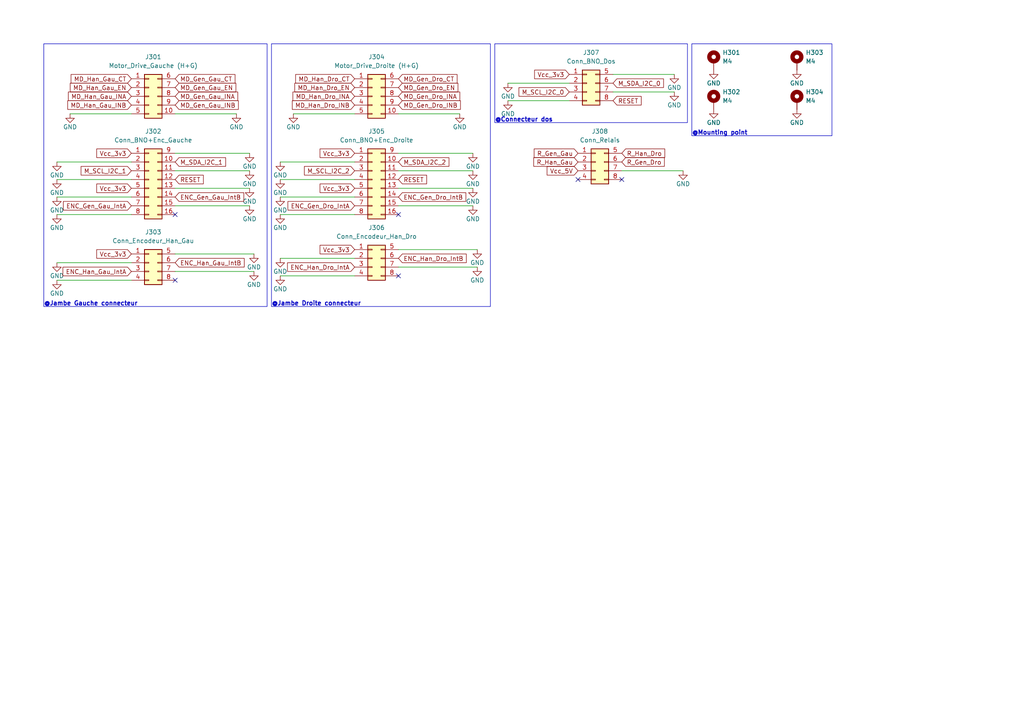
<source format=kicad_sch>
(kicad_sch (version 20231120) (generator "eeschema") (generator_version "8.0")
  (paper "A4")
  (lib_symbols
    (symbol "Connector_Generic:Conn_02x04_Top_Bottom" (pin_names (offset 1.016) hide)
      (property "Reference" "J" (at 1.27 5.08 0))
      (property "Value" "Conn_02x04_Top_Bottom" (at 1.27 -7.62 0))
      (symbol "Conn_02x04_Top_Bottom_1_1"
        (rectangle (start -1.27 -4.953) (end 0 -5.207) (stroke (width 0.1524)))
        (rectangle (start -1.27 -2.413) (end 0 -2.667) (stroke (width 0.1524)))
        (rectangle (start -1.27 0.127) (end 0 -0.127) (stroke (width 0.1524)))
        (rectangle (start -1.27 2.667) (end 0 2.413) (stroke (width 0.1524)))
        (rectangle (start -1.27 3.81) (end 3.81 -6.35) (stroke (width 0.254)) (fill (type background)))
        (rectangle (start 3.81 -4.953) (end 2.54 -5.207) (stroke (width 0.1524)))
        (rectangle (start 3.81 -2.413) (end 2.54 -2.667) (stroke (width 0.1524)))
        (rectangle (start 3.81 0.127) (end 2.54 -0.127) (stroke (width 0.1524)))
        (rectangle (start 3.81 2.667) (end 2.54 2.413) (stroke (width 0.1524)))
        (pin passive line (at -5.08 2.54 0) (length 3.81) (name "Pin_1") (number "1"))
        (pin passive line (at -5.08 0 0) (length 3.81) (name "Pin_2") (number "2"))
        (pin passive line (at -5.08 -2.54 0) (length 3.81) (name "Pin_3") (number "3"))
        (pin passive line (at -5.08 -5.08 0) (length 3.81) (name "Pin_4") (number "4"))
        (pin passive line (at 7.62 2.54 180) (length 3.81) (name "Pin_5") (number "5"))
        (pin passive line (at 7.62 0 180) (length 3.81) (name "Pin_6") (number "6"))
        (pin passive line (at 7.62 -2.54 180) (length 3.81) (name "Pin_7") (number "7"))
        (pin passive line (at 7.62 -5.08 180) (length 3.81) (name "Pin_8") (number "8"))
      )
    )
    (symbol "Connector_Generic:Conn_02x05_Top_Bottom" (pin_names (offset 1.016) hide)
      (property "Reference" "J" (at 1.27 7.62 0))
      (property "Value" "Conn_02x05_Top_Bottom" (at 1.27 -7.62 0))
      (symbol "Conn_02x05_Top_Bottom_1_1"
        (rectangle (start -1.27 -4.953) (end 0 -5.207) (stroke (width 0.1524)))
        (rectangle (start -1.27 -2.413) (end 0 -2.667) (stroke (width 0.1524)))
        (rectangle (start -1.27 0.127) (end 0 -0.127) (stroke (width 0.1524)))
        (rectangle (start -1.27 2.667) (end 0 2.413) (stroke (width 0.1524)))
        (rectangle (start -1.27 5.207) (end 0 4.953) (stroke (width 0.1524)))
        (rectangle (start -1.27 6.35) (end 3.81 -6.35) (stroke (width 0.254)) (fill (type background)))
        (rectangle (start 3.81 -4.953) (end 2.54 -5.207) (stroke (width 0.1524)))
        (rectangle (start 3.81 -2.413) (end 2.54 -2.667) (stroke (width 0.1524)))
        (rectangle (start 3.81 0.127) (end 2.54 -0.127) (stroke (width 0.1524)))
        (rectangle (start 3.81 2.667) (end 2.54 2.413) (stroke (width 0.1524)))
        (rectangle (start 3.81 5.207) (end 2.54 4.953) (stroke (width 0.1524)))
        (pin passive line (at -5.08 5.08 0) (length 3.81) (name "Pin_1") (number "1"))
        (pin passive line (at 7.62 -5.08 180) (length 3.81) (name "Pin_10") (number "10"))
        (pin passive line (at -5.08 2.54 0) (length 3.81) (name "Pin_2") (number "2"))
        (pin passive line (at -5.08 0 0) (length 3.81) (name "Pin_3") (number "3"))
        (pin passive line (at -5.08 -2.54 0) (length 3.81) (name "Pin_4") (number "4"))
        (pin passive line (at -5.08 -5.08 0) (length 3.81) (name "Pin_5") (number "5"))
        (pin passive line (at 7.62 5.08 180) (length 3.81) (name "Pin_6") (number "6"))
        (pin passive line (at 7.62 2.54 180) (length 3.81) (name "Pin_7") (number "7"))
        (pin passive line (at 7.62 0 180) (length 3.81) (name "Pin_8") (number "8"))
        (pin passive line (at 7.62 -2.54 180) (length 3.81) (name "Pin_9") (number "9"))
      )
    )
    (symbol "Connector_Generic:Conn_02x08_Top_Bottom" (pin_names (offset 1.016) hide)
      (property "Reference" "J" (at 1.27 10.16 0))
      (property "Value" "Conn_02x08_Top_Bottom" (at 1.27 -12.7 0))
      (symbol "Conn_02x08_Top_Bottom_1_1"
        (rectangle (start -1.27 -10.033) (end 0 -10.287) (stroke (width 0.1524)))
        (rectangle (start -1.27 -7.493) (end 0 -7.747) (stroke (width 0.1524)))
        (rectangle (start -1.27 -4.953) (end 0 -5.207) (stroke (width 0.1524)))
        (rectangle (start -1.27 -2.413) (end 0 -2.667) (stroke (width 0.1524)))
        (rectangle (start -1.27 0.127) (end 0 -0.127) (stroke (width 0.1524)))
        (rectangle (start -1.27 2.667) (end 0 2.413) (stroke (width 0.1524)))
        (rectangle (start -1.27 5.207) (end 0 4.953) (stroke (width 0.1524)))
        (rectangle (start -1.27 7.747) (end 0 7.493) (stroke (width 0.1524)))
        (rectangle (start -1.27 8.89) (end 3.81 -11.43) (stroke (width 0.254)) (fill (type background)))
        (rectangle (start 3.81 -10.033) (end 2.54 -10.287) (stroke (width 0.1524)))
        (rectangle (start 3.81 -7.493) (end 2.54 -7.747) (stroke (width 0.1524)))
        (rectangle (start 3.81 -4.953) (end 2.54 -5.207) (stroke (width 0.1524)))
        (rectangle (start 3.81 -2.413) (end 2.54 -2.667) (stroke (width 0.1524)))
        (rectangle (start 3.81 0.127) (end 2.54 -0.127) (stroke (width 0.1524)))
        (rectangle (start 3.81 2.667) (end 2.54 2.413) (stroke (width 0.1524)))
        (rectangle (start 3.81 5.207) (end 2.54 4.953) (stroke (width 0.1524)))
        (rectangle (start 3.81 7.747) (end 2.54 7.493) (stroke (width 0.1524)))
        (pin passive line (at -5.08 7.62 0) (length 3.81) (name "Pin_1") (number "1"))
        (pin passive line (at 7.62 5.08 180) (length 3.81) (name "Pin_10") (number "10"))
        (pin passive line (at 7.62 2.54 180) (length 3.81) (name "Pin_11") (number "11"))
        (pin passive line (at 7.62 0 180) (length 3.81) (name "Pin_12") (number "12"))
        (pin passive line (at 7.62 -2.54 180) (length 3.81) (name "Pin_13") (number "13"))
        (pin passive line (at 7.62 -5.08 180) (length 3.81) (name "Pin_14") (number "14"))
        (pin passive line (at 7.62 -7.62 180) (length 3.81) (name "Pin_15") (number "15"))
        (pin passive line (at 7.62 -10.16 180) (length 3.81) (name "Pin_16") (number "16"))
        (pin passive line (at -5.08 5.08 0) (length 3.81) (name "Pin_2") (number "2"))
        (pin passive line (at -5.08 2.54 0) (length 3.81) (name "Pin_3") (number "3"))
        (pin passive line (at -5.08 0 0) (length 3.81) (name "Pin_4") (number "4"))
        (pin passive line (at -5.08 -2.54 0) (length 3.81) (name "Pin_5") (number "5"))
        (pin passive line (at -5.08 -5.08 0) (length 3.81) (name "Pin_6") (number "6"))
        (pin passive line (at -5.08 -7.62 0) (length 3.81) (name "Pin_7") (number "7"))
        (pin passive line (at -5.08 -10.16 0) (length 3.81) (name "Pin_8") (number "8"))
        (pin passive line (at 7.62 7.62 180) (length 3.81) (name "Pin_9") (number "9"))
      )
    )
    (symbol "Mechanical:MountingHole_Pad" (pin_numbers hide) (pin_names (offset 1.016) hide)
      (property "Reference" "H" (at 0 6.35 0))
      (property "Value" "MountingHole_Pad" (at 0 4.445 0))
      (symbol "MountingHole_Pad_0_1"
        (circle (center 0 1.27) (radius 1.27) (stroke (width 1.27)))
      )
      (symbol "MountingHole_Pad_1_1"
        (pin input line (at 0 -2.54 90) (length 2.54) (name "1") (number "1"))
      )
    )
    (symbol "power:GND" (power) (pin_names (offset 0))
      (property "Value" "GND" (at 0 -3.81 0))
      (symbol "GND_0_1"
        (polyline (pts (xy 0 0) (xy 0 -1.27) (xy 1.27 -1.27) (xy 0 -2.54) (xy -1.27 -1.27) (xy 0 -1.27)))
      )
      (symbol "GND_1_1"
        (pin power_in line (at 0 0 270) (length 0) hide (name "GND") (number "1"))
      )
    )
  )
  (no_connect (at 115.57 80.01))
  (no_connect (at 180.34 52.07))
  (no_connect (at 115.57 62.23))
  (no_connect (at 50.8 81.28))
  (no_connect (at 167.64 52.07))
  (no_connect (at 50.8 62.23))
  (wire (pts (xy 81.28 57.15) (xy 102.87 57.15)))
  (wire (pts (xy 137.16 59.69) (xy 115.57 59.69)))
  (wire (pts (xy 16.51 81.28) (xy 38.1 81.28)))
  (wire (pts (xy 72.39 59.69) (xy 50.8 59.69)))
  (wire (pts (xy 81.28 80.01) (xy 102.87 80.01)))
  (wire (pts (xy 180.34 49.53) (xy 198.12 49.53)))
  (wire (pts (xy 72.39 49.53) (xy 50.8 49.53)))
  (wire (pts (xy 85.09 33.02) (xy 102.87 33.02)))
  (wire (pts (xy 147.32 24.13) (xy 165.1 24.13)))
  (wire (pts (xy 73.66 73.66) (xy 50.8 73.66)))
  (wire (pts (xy 16.51 57.15) (xy 38.1 57.15)))
  (wire (pts (xy 68.58 33.02) (xy 50.8 33.02)))
  (wire (pts (xy 147.32 29.21) (xy 165.1 29.21)))
  (wire (pts (xy 137.16 49.53) (xy 115.57 49.53)))
  (wire (pts (xy 81.28 52.07) (xy 102.87 52.07)))
  (wire (pts (xy 81.28 74.93) (xy 102.87 74.93)))
  (wire (pts (xy 20.32 33.02) (xy 38.1 33.02)))
  (wire (pts (xy 195.58 21.59) (xy 177.8 21.59)))
  (wire (pts (xy 16.51 52.07) (xy 38.1 52.07)))
  (wire (pts (xy 137.16 54.61) (xy 115.57 54.61)))
  (wire (pts (xy 137.16 44.45) (xy 115.57 44.45)))
  (wire (pts (xy 72.39 44.45) (xy 50.8 44.45)))
  (wire (pts (xy 16.51 62.23) (xy 38.1 62.23)))
  (wire (pts (xy 73.66 78.74) (xy 50.8 78.74)))
  (wire (pts (xy 81.28 62.23) (xy 102.87 62.23)))
  (wire (pts (xy 16.51 46.99) (xy 38.1 46.99)))
  (wire (pts (xy 133.35 33.02) (xy 115.57 33.02)))
  (wire (pts (xy 195.58 26.67) (xy 177.8 26.67)))
  (wire (pts (xy 138.43 72.39) (xy 115.57 72.39)))
  (wire (pts (xy 72.39 54.61) (xy 50.8 54.61)))
  (wire (pts (xy 16.51 76.2) (xy 38.1 76.2)))
  (wire (pts (xy 81.28 46.99) (xy 102.87 46.99)))
  (wire (pts (xy 138.43 77.47) (xy 115.57 77.47)))
  (rectangle (start 143.51 12.7) (end 199.39 35.56))
  (rectangle (start 78.74 12.7) (end 142.24 88.9))
  (rectangle (start 200.66 12.7) (end 241.3 39.37))
  (rectangle (start 12.7 12.7) (end 77.47 88.9))
  (text "@Jambe Gauche connecteur\n" (at 12.7 88.9 0) (effects (font (size 1.27 1.27) (bold yes)) (justify left bottom)))
  (text "@Mounting point" (at 200.66 39.37 0) (effects (font (size 1.27 1.27) (bold yes)) (justify left bottom)))
  (text "@Jambe Droite connecteur\n" (at 78.74 88.9 0) (effects (font (size 1.27 1.27) (bold yes)) (justify left bottom)))
  (text "@Connecteur dos" (at 143.51 35.56 0) (effects (font (size 1.27 1.27) (bold yes)) (justify left bottom)))
  (global_label "MD_Han_Gau_INA" (shape input) (at 38.1 27.94 180) (property "Intersheetrefs" "${INTERSHEET_REFS}" (effects (hide yes))))
  (global_label "Vcc_3v3" (shape input) (at 38.1 73.66 180) (property "Intersheetrefs" "${INTERSHEET_REFS}" (effects (hide yes))))
  (global_label "R_Gen_Gau" (shape input) (at 167.64 44.45 180) (property "Intersheetrefs" "${INTERSHEET_REFS}" (effects (hide yes))))
  (global_label "M_SCL_I2C_2" (shape input) (at 102.87 49.53 180) (property "Intersheetrefs" "${INTERSHEET_REFS}" (effects (hide yes))))
  (global_label "M_SDA_I2C_2" (shape input) (at 115.57 46.99 0) (property "Intersheetrefs" "${INTERSHEET_REFS}" (effects (hide yes))))
  (global_label "Vcc_5V" (shape input) (at 167.64 49.53 180) (property "Intersheetrefs" "${INTERSHEET_REFS}" (effects (hide yes))))
  (global_label "MD_Han_Gau_EN" (shape input) (at 38.1 25.4 180) (property "Intersheetrefs" "${INTERSHEET_REFS}" (effects (hide yes))))
  (global_label "M_SCL_I2C_1" (shape input) (at 38.1 49.53 180) (property "Intersheetrefs" "${INTERSHEET_REFS}" (effects (hide yes))))
  (global_label "MD_Gen_Gau_INB" (shape input) (at 50.8 30.48 0) (property "Intersheetrefs" "${INTERSHEET_REFS}" (effects (hide yes))))
  (global_label "ENC_Han_Gau_IntB" (shape input) (at 50.8 76.2 0) (property "Intersheetrefs" "${INTERSHEET_REFS}" (effects (hide yes))))
  (global_label "ENC_Han_Dro_IntB" (shape input) (at 115.57 74.93 0) (property "Intersheetrefs" "${INTERSHEET_REFS}" (effects (hide yes))))
  (global_label "R_Han_Gau" (shape input) (at 167.64 46.99 180) (property "Intersheetrefs" "${INTERSHEET_REFS}" (effects (hide yes))))
  (global_label "Vcc_3v3" (shape input) (at 38.1 54.61 180) (property "Intersheetrefs" "${INTERSHEET_REFS}" (effects (hide yes))))
  (global_label "ENC_Gen_Gau_IntB" (shape input) (at 50.8 57.15 0) (property "Intersheetrefs" "${INTERSHEET_REFS}" (effects (hide yes))))
  (global_label "MD_Han_Dro_INA" (shape input) (at 102.87 27.94 180) (property "Intersheetrefs" "${INTERSHEET_REFS}" (effects (hide yes))))
  (global_label "MD_Han_Dro_EN" (shape input) (at 102.87 25.4 180) (property "Intersheetrefs" "${INTERSHEET_REFS}" (effects (hide yes))))
  (global_label "MD_Han_Gau_CT" (shape input) (at 38.1 22.86 180) (property "Intersheetrefs" "${INTERSHEET_REFS}" (effects (hide yes))))
  (global_label "Vcc_3v3" (shape input) (at 102.87 54.61 180) (property "Intersheetrefs" "${INTERSHEET_REFS}" (effects (hide yes))))
  (global_label "MD_Han_Dro_INB" (shape input) (at 102.87 30.48 180) (property "Intersheetrefs" "${INTERSHEET_REFS}" (effects (hide yes))))
  (global_label "MD_Han_Dro_CT" (shape input) (at 102.87 22.86 180) (property "Intersheetrefs" "${INTERSHEET_REFS}" (effects (hide yes))))
  (global_label "RESET" (shape input) (at 50.8 52.07 0) (property "Intersheetrefs" "${INTERSHEET_REFS}" (effects (hide yes))))
  (global_label "ENC_Han_Dro_IntA" (shape input) (at 102.87 77.47 180) (property "Intersheetrefs" "${INTERSHEET_REFS}" (effects (hide yes))))
  (global_label "MD_Gen_Dro_CT" (shape input) (at 115.57 22.86 0) (property "Intersheetrefs" "${INTERSHEET_REFS}" (effects (hide yes))))
  (global_label "R_Han_Dro" (shape input) (at 180.34 44.45 0) (property "Intersheetrefs" "${INTERSHEET_REFS}" (effects (hide yes))))
  (global_label "MD_Gen_Gau_CT" (shape input) (at 50.8 22.86 0) (property "Intersheetrefs" "${INTERSHEET_REFS}" (effects (hide yes))))
  (global_label "MD_Gen_Gau_EN" (shape input) (at 50.8 25.4 0) (property "Intersheetrefs" "${INTERSHEET_REFS}" (effects (hide yes))))
  (global_label "M_SCL_I2C_0" (shape input) (at 165.1 26.67 180) (property "Intersheetrefs" "${INTERSHEET_REFS}" (effects (hide yes))))
  (global_label "M_SDA_I2C_0" (shape input) (at 177.8 24.13 0) (property "Intersheetrefs" "${INTERSHEET_REFS}" (effects (hide yes))))
  (global_label "ENC_Gen_Dro_IntA" (shape input) (at 102.87 59.69 180) (property "Intersheetrefs" "${INTERSHEET_REFS}" (effects (hide yes))))
  (global_label "Vcc_3v3" (shape input) (at 38.1 44.45 180) (property "Intersheetrefs" "${INTERSHEET_REFS}" (effects (hide yes))))
  (global_label "ENC_Han_Gau_IntA" (shape input) (at 38.1 78.74 180) (property "Intersheetrefs" "${INTERSHEET_REFS}" (effects (hide yes))))
  (global_label "RESET" (shape input) (at 115.57 52.07 0) (property "Intersheetrefs" "${INTERSHEET_REFS}" (effects (hide yes))))
  (global_label "Vcc_3v3" (shape input) (at 102.87 44.45 180) (property "Intersheetrefs" "${INTERSHEET_REFS}" (effects (hide yes))))
  (global_label "ENC_Gen_Gau_IntA" (shape input) (at 38.1 59.69 180) (property "Intersheetrefs" "${INTERSHEET_REFS}" (effects (hide yes))))
  (global_label "Vcc_3v3" (shape input) (at 165.1 21.59 180) (property "Intersheetrefs" "${INTERSHEET_REFS}" (effects (hide yes))))
  (global_label "MD_Gen_Dro_EN" (shape input) (at 115.57 25.4 0) (property "Intersheetrefs" "${INTERSHEET_REFS}" (effects (hide yes))))
  (global_label "M_SDA_I2C_1" (shape input) (at 50.8 46.99 0) (property "Intersheetrefs" "${INTERSHEET_REFS}" (effects (hide yes))))
  (global_label "MD_Gen_Dro_INB" (shape input) (at 115.57 30.48 0) (property "Intersheetrefs" "${INTERSHEET_REFS}" (effects (hide yes))))
  (global_label "MD_Han_Gau_INB" (shape input) (at 38.1 30.48 180) (property "Intersheetrefs" "${INTERSHEET_REFS}" (effects (hide yes))))
  (global_label "RESET" (shape input) (at 177.8 29.21 0) (property "Intersheetrefs" "${INTERSHEET_REFS}" (effects (hide yes))))
  (global_label "MD_Gen_Gau_INA" (shape input) (at 50.8 27.94 0) (property "Intersheetrefs" "${INTERSHEET_REFS}" (effects (hide yes))))
  (global_label "R_Gen_Dro" (shape input) (at 180.34 46.99 0) (property "Intersheetrefs" "${INTERSHEET_REFS}" (effects (hide yes))))
  (global_label "MD_Gen_Dro_INA" (shape input) (at 115.57 27.94 0) (property "Intersheetrefs" "${INTERSHEET_REFS}" (effects (hide yes))))
  (global_label "ENC_Gen_Dro_IntB" (shape input) (at 115.57 57.15 0) (property "Intersheetrefs" "${INTERSHEET_REFS}" (effects (hide yes))))
  (global_label "Vcc_3v3" (shape input) (at 102.87 72.39 180) (property "Intersheetrefs" "${INTERSHEET_REFS}" (effects (hide yes))))
  (symbol (lib_id "power:GND") (at 73.66 78.74 0) (unit 1)
    (property "Reference" "#PWR0219" (effects (hide yes)))
    (property "Value" "GND" (at 73.66 82.55 0))
    (instances (project "Custom_ST-Link" (path "" (reference "#PWR0219") (unit 1))) (project "ESP32_CHUNGUS_RAPIDUS" (path "" (reference "#PWR0314") (unit 1))) (project "STM32_BLUTH_V1" (path "" (reference "#PWR0309") (unit 1))))
  )
  (symbol (lib_id "power:GND") (at 207.01 31.75 0) (unit 1)
    (property "Reference" "#PWR0219" (effects (hide yes)))
    (property "Value" "GND" (at 207.01 35.56 0))
    (instances (project "Custom_ST-Link" (path "" (reference "#PWR0219") (unit 1))) (project "ESP32_CHUNGUS_RAPIDUS" (path "" (reference "#PWR0334") (unit 1))) (project "STM32_BLUTH_V1" (path "" (reference "#PWR0309") (unit 1))))
  )
  (symbol (lib_id "power:GND") (at 207.01 20.32 0) (unit 1)
    (property "Reference" "#PWR0219" (effects (hide yes)))
    (property "Value" "GND" (at 207.01 24.13 0))
    (instances (project "Custom_ST-Link" (path "" (reference "#PWR0219") (unit 1))) (project "ESP32_CHUNGUS_RAPIDUS" (path "" (reference "#PWR0333") (unit 1))) (project "STM32_BLUTH_V1" (path "" (reference "#PWR0309") (unit 1))))
  )
  (symbol (lib_id "power:GND") (at 16.51 76.2 0) (unit 1)
    (property "Reference" "#PWR0219" (effects (hide yes)))
    (property "Value" "GND" (at 16.51 80.01 0))
    (instances (project "Custom_ST-Link" (path "" (reference "#PWR0219") (unit 1))) (project "ESP32_CHUNGUS_RAPIDUS" (path "" (reference "#PWR0305") (unit 1))) (project "STM32_BLUTH_V1" (path "" (reference "#PWR0309") (unit 1))))
  )
  (symbol (lib_id "power:GND") (at 195.58 21.59 0) (unit 1)
    (property "Reference" "#PWR0219" (effects (hide yes)))
    (property "Value" "GND" (at 195.58 25.4 0))
    (instances (project "Custom_ST-Link" (path "" (reference "#PWR0219") (unit 1))) (project "ESP32_CHUNGUS_RAPIDUS" (path "" (reference "#PWR0331") (unit 1))) (project "STM32_BLUTH_V1" (path "" (reference "#PWR0309") (unit 1))))
  )
  (symbol (lib_id "power:GND") (at 138.43 77.47 0) (unit 1)
    (property "Reference" "#PWR0219" (effects (hide yes)))
    (property "Value" "GND" (at 138.43 81.28 0))
    (instances (project "Custom_ST-Link" (path "" (reference "#PWR0219") (unit 1))) (project "ESP32_CHUNGUS_RAPIDUS" (path "" (reference "#PWR0328") (unit 1))) (project "STM32_BLUTH_V1" (path "" (reference "#PWR0309") (unit 1))))
  )
  (symbol (lib_id "power:GND") (at 231.14 31.75 0) (unit 1)
    (property "Reference" "#PWR0219" (effects (hide yes)))
    (property "Value" "GND" (at 231.14 35.56 0))
    (instances (project "Custom_ST-Link" (path "" (reference "#PWR0219") (unit 1))) (project "ESP32_CHUNGUS_RAPIDUS" (path "" (reference "#PWR0336") (unit 1))) (project "STM32_BLUTH_V1" (path "" (reference "#PWR0309") (unit 1))))
  )
  (symbol (lib_id "power:GND") (at 72.39 49.53 0) (unit 1)
    (property "Reference" "#PWR0219" (effects (hide yes)))
    (property "Value" "GND" (at 72.39 53.34 0))
    (instances (project "Custom_ST-Link" (path "" (reference "#PWR0219") (unit 1))) (project "ESP32_CHUNGUS_RAPIDUS" (path "" (reference "#PWR0310") (unit 1))) (project "STM32_BLUTH_V1" (path "" (reference "#PWR0309") (unit 1))))
  )
  (symbol (lib_id "power:GND") (at 137.16 49.53 0) (unit 1)
    (property "Reference" "#PWR0219" (effects (hide yes)))
    (property "Value" "GND" (at 137.16 53.34 0))
    (instances (project "Custom_ST-Link" (path "" (reference "#PWR0219") (unit 1))) (project "ESP32_CHUNGUS_RAPIDUS" (path "" (reference "#PWR0324") (unit 1))) (project "STM32_BLUTH_V1" (path "" (reference "#PWR0309") (unit 1))))
  )
  (symbol (lib_id "power:GND") (at 81.28 52.07 0) (unit 1)
    (property "Reference" "#PWR0219" (effects (hide yes)))
    (property "Value" "GND" (at 81.28 55.88 0))
    (instances (project "Custom_ST-Link" (path "" (reference "#PWR0219") (unit 1))) (project "ESP32_CHUNGUS_RAPIDUS" (path "" (reference "#PWR0316") (unit 1))) (project "STM32_BLUTH_V1" (path "" (reference "#PWR0309") (unit 1))))
  )
  (symbol (lib_id "power:GND") (at 147.32 29.21 0) (unit 1)
    (property "Reference" "#PWR0219" (effects (hide yes)))
    (property "Value" "GND" (at 147.32 33.02 0))
    (instances (project "Custom_ST-Link" (path "" (reference "#PWR0219") (unit 1))) (project "ESP32_CHUNGUS_RAPIDUS" (path "" (reference "#PWR0330") (unit 1))) (project "STM32_BLUTH_V1" (path "" (reference "#PWR0309") (unit 1))))
  )
  (symbol (lib_id "power:GND") (at 16.51 52.07 0) (unit 1)
    (property "Reference" "#PWR0219" (effects (hide yes)))
    (property "Value" "GND" (at 16.51 55.88 0))
    (instances (project "Custom_ST-Link" (path "" (reference "#PWR0219") (unit 1))) (project "ESP32_CHUNGUS_RAPIDUS" (path "" (reference "#PWR0302") (unit 1))) (project "STM32_BLUTH_V1" (path "" (reference "#PWR0309") (unit 1))))
  )
  (symbol (lib_id "power:GND") (at 20.32 33.02 0) (unit 1)
    (property "Reference" "#PWR0219" (effects (hide yes)))
    (property "Value" "GND" (at 20.32 36.83 0))
    (instances (project "Custom_ST-Link" (path "" (reference "#PWR0219") (unit 1))) (project "ESP32_CHUNGUS_RAPIDUS" (path "" (reference "#PWR0307") (unit 1))) (project "STM32_BLUTH_V1" (path "" (reference "#PWR0309") (unit 1))))
  )
  (symbol (lib_id "power:GND") (at 231.14 20.32 0) (unit 1)
    (property "Reference" "#PWR0219" (effects (hide yes)))
    (property "Value" "GND" (at 231.14 24.13 0))
    (instances (project "Custom_ST-Link" (path "" (reference "#PWR0219") (unit 1))) (project "ESP32_CHUNGUS_RAPIDUS" (path "" (reference "#PWR0335") (unit 1))) (project "STM32_BLUTH_V1" (path "" (reference "#PWR0309") (unit 1))))
  )
  (symbol (lib_id "power:GND") (at 81.28 62.23 0) (unit 1)
    (property "Reference" "#PWR0219" (effects (hide yes)))
    (property "Value" "GND" (at 81.28 66.04 0))
    (instances (project "Custom_ST-Link" (path "" (reference "#PWR0219") (unit 1))) (project "ESP32_CHUNGUS_RAPIDUS" (path "" (reference "#PWR0318") (unit 1))) (project "STM32_BLUTH_V1" (path "" (reference "#PWR0309") (unit 1))))
  )
  (symbol (lib_id "Mechanical:MountingHole_Pad") (at 207.01 17.78 0) (unit 1)
    (property "Reference" "H301" (at 209.55 15.24 0) (effects (justify left)))
    (property "Value" "M4" (at 209.55 17.78 0) (effects (justify left)))
    (property "Footprint" "MountingHole:MountingHole_4.3mm_M4_ISO7380_Pad" (effects (hide yes)))
  )
  (symbol (lib_id "power:GND") (at 72.39 59.69 0) (unit 1)
    (property "Reference" "#PWR0219" (effects (hide yes)))
    (property "Value" "GND" (at 72.39 63.5 0))
    (instances (project "Custom_ST-Link" (path "" (reference "#PWR0219") (unit 1))) (project "ESP32_CHUNGUS_RAPIDUS" (path "" (reference "#PWR0312") (unit 1))) (project "STM32_BLUTH_V1" (path "" (reference "#PWR0309") (unit 1))))
  )
  (symbol (lib_id "Mechanical:MountingHole_Pad") (at 207.01 29.21 0) (unit 1)
    (property "Reference" "H302" (at 209.55 26.67 0) (effects (justify left)))
    (property "Value" "M4" (at 209.55 29.21 0) (effects (justify left)))
    (property "Footprint" "MountingHole:MountingHole_4.3mm_M4_ISO7380_Pad" (effects (hide yes)))
  )
  (symbol (lib_id "power:GND") (at 16.51 81.28 0) (unit 1)
    (property "Reference" "#PWR0219" (effects (hide yes)))
    (property "Value" "GND" (at 16.51 85.09 0))
    (instances (project "Custom_ST-Link" (path "" (reference "#PWR0219") (unit 1))) (project "ESP32_CHUNGUS_RAPIDUS" (path "" (reference "#PWR0306") (unit 1))) (project "STM32_BLUTH_V1" (path "" (reference "#PWR0309") (unit 1))))
  )
  (symbol (lib_id "Connector_Generic:Conn_02x08_Top_Bottom") (at 43.18 52.07 0) (unit 1)
    (property "Reference" "J302" (at 44.45 38.1 0))
    (property "Value" "Conn_BNO+Enc_Gauche" (at 44.45 40.64 0))
    (property "Footprint" "Connector_Molex:Molex_Nano-Fit_105310-xx16_2x08_P2.50mm_Vertical" (effects (hide yes)))
    (property "Description" "Generic connector, double row, 02x08, top/bottom pin numbering scheme (row 1: 1...pins_per_row, row2: pins_per_row+1 ... num_pins), script generated (kicad-library-utils/schlib/autogen/connector/)" (effects (hide yes)))
  )
  (symbol (lib_id "power:GND") (at 81.28 80.01 0) (unit 1)
    (property "Reference" "#PWR0219" (effects (hide yes)))
    (property "Value" "GND" (at 81.28 83.82 0))
    (instances (project "Custom_ST-Link" (path "" (reference "#PWR0219") (unit 1))) (project "ESP32_CHUNGUS_RAPIDUS" (path "" (reference "#PWR0320") (unit 1))) (project "STM32_BLUTH_V1" (path "" (reference "#PWR0309") (unit 1))))
  )
  (symbol (lib_id "Connector_Generic:Conn_02x04_Top_Bottom") (at 43.18 76.2 0) (unit 1)
    (property "Reference" "J303" (at 44.45 67.31 0))
    (property "Value" "Conn_Encodeur_Han_Gau" (at 44.45 69.85 0))
    (property "Footprint" "Connector_Molex:Molex_Nano-Fit_105310-xx08_2x04_P2.50mm_Vertical" (effects (hide yes)))
    (property "Description" "Generic connector, double row, 02x04, top/bottom pin numbering scheme (row 1: 1...pins_per_row, row2: pins_per_row+1 ... num_pins), script generated (kicad-library-utils/schlib/autogen/connector/)" (effects (hide yes)))
  )
  (symbol (lib_id "power:GND") (at 72.39 54.61 0) (unit 1)
    (property "Reference" "#PWR0219" (effects (hide yes)))
    (property "Value" "GND" (at 72.39 58.42 0))
    (instances (project "Custom_ST-Link" (path "" (reference "#PWR0219") (unit 1))) (project "ESP32_CHUNGUS_RAPIDUS" (path "" (reference "#PWR0311") (unit 1))) (project "STM32_BLUTH_V1" (path "" (reference "#PWR0309") (unit 1))))
  )
  (symbol (lib_id "power:GND") (at 73.66 73.66 0) (unit 1)
    (property "Reference" "#PWR0219" (effects (hide yes)))
    (property "Value" "GND" (at 73.66 77.47 0))
    (instances (project "Custom_ST-Link" (path "" (reference "#PWR0219") (unit 1))) (project "ESP32_CHUNGUS_RAPIDUS" (path "" (reference "#PWR0313") (unit 1))) (project "STM32_BLUTH_V1" (path "" (reference "#PWR0309") (unit 1))))
  )
  (symbol (lib_id "power:GND") (at 16.51 62.23 0) (unit 1)
    (property "Reference" "#PWR0219" (effects (hide yes)))
    (property "Value" "GND" (at 16.51 66.04 0))
    (instances (project "Custom_ST-Link" (path "" (reference "#PWR0219") (unit 1))) (project "ESP32_CHUNGUS_RAPIDUS" (path "" (reference "#PWR0304") (unit 1))) (project "STM32_BLUTH_V1" (path "" (reference "#PWR0309") (unit 1))))
  )
  (symbol (lib_id "power:GND") (at 195.58 26.67 0) (unit 1)
    (property "Reference" "#PWR0219" (effects (hide yes)))
    (property "Value" "GND" (at 195.58 30.48 0))
    (instances (project "Custom_ST-Link" (path "" (reference "#PWR0219") (unit 1))) (project "ESP32_CHUNGUS_RAPIDUS" (path "" (reference "#PWR0332") (unit 1))) (project "STM32_BLUTH_V1" (path "" (reference "#PWR0309") (unit 1))))
  )
  (symbol (lib_id "power:GND") (at 138.43 72.39 0) (unit 1)
    (property "Reference" "#PWR0219" (effects (hide yes)))
    (property "Value" "GND" (at 138.43 76.2 0))
    (instances (project "Custom_ST-Link" (path "" (reference "#PWR0219") (unit 1))) (project "ESP32_CHUNGUS_RAPIDUS" (path "" (reference "#PWR0327") (unit 1))) (project "STM32_BLUTH_V1" (path "" (reference "#PWR0309") (unit 1))))
  )
  (symbol (lib_id "Connector_Generic:Conn_02x08_Top_Bottom") (at 107.95 52.07 0) (unit 1)
    (property "Reference" "J305" (at 109.22 38.1 0))
    (property "Value" "Conn_BNO+Enc_Droite" (at 109.22 40.64 0))
    (property "Footprint" "Connector_Molex:Molex_Nano-Fit_105310-xx16_2x08_P2.50mm_Vertical" (effects (hide yes)))
    (property "Description" "Generic connector, double row, 02x08, top/bottom pin numbering scheme (row 1: 1...pins_per_row, row2: pins_per_row+1 ... num_pins), script generated (kicad-library-utils/schlib/autogen/connector/)" (effects (hide yes)))
  )
  (symbol (lib_id "power:GND") (at 147.32 24.13 0) (unit 1)
    (property "Reference" "#PWR0219" (effects (hide yes)))
    (property "Value" "GND" (at 147.32 27.94 0))
    (instances (project "Custom_ST-Link" (path "" (reference "#PWR0219") (unit 1))) (project "ESP32_CHUNGUS_RAPIDUS" (path "" (reference "#PWR0329") (unit 1))) (project "STM32_BLUTH_V1" (path "" (reference "#PWR0309") (unit 1))))
  )
  (symbol (lib_id "power:GND") (at 72.39 44.45 0) (unit 1)
    (property "Reference" "#PWR0219" (effects (hide yes)))
    (property "Value" "GND" (at 72.39 48.26 0))
    (instances (project "Custom_ST-Link" (path "" (reference "#PWR0219") (unit 1))) (project "ESP32_CHUNGUS_RAPIDUS" (path "" (reference "#PWR0309") (unit 1))) (project "STM32_BLUTH_V1" (path "" (reference "#PWR0309") (unit 1))))
  )
  (symbol (lib_id "power:GND") (at 137.16 54.61 0) (unit 1)
    (property "Reference" "#PWR0219" (effects (hide yes)))
    (property "Value" "GND" (at 137.16 58.42 0))
    (instances (project "Custom_ST-Link" (path "" (reference "#PWR0219") (unit 1))) (project "ESP32_CHUNGUS_RAPIDUS" (path "" (reference "#PWR0325") (unit 1))) (project "STM32_BLUTH_V1" (path "" (reference "#PWR0309") (unit 1))))
  )
  (symbol (lib_id "power:GND") (at 137.16 44.45 0) (unit 1)
    (property "Reference" "#PWR0219" (effects (hide yes)))
    (property "Value" "GND" (at 137.16 48.26 0))
    (instances (project "Custom_ST-Link" (path "" (reference "#PWR0219") (unit 1))) (project "ESP32_CHUNGUS_RAPIDUS" (path "" (reference "#PWR0323") (unit 1))) (project "STM32_BLUTH_V1" (path "" (reference "#PWR0309") (unit 1))))
  )
  (symbol (lib_id "Mechanical:MountingHole_Pad") (at 231.14 29.21 0) (unit 1)
    (property "Reference" "H304" (at 233.68 26.67 0) (effects (justify left)))
    (property "Value" "M4" (at 233.68 29.21 0) (effects (justify left)))
    (property "Footprint" "MountingHole:MountingHole_4.3mm_M4_ISO7380_Pad" (effects (hide yes)))
  )
  (symbol (lib_id "power:GND") (at 81.28 46.99 0) (unit 1)
    (property "Reference" "#PWR0219" (effects (hide yes)))
    (property "Value" "GND" (at 81.28 50.8 0))
    (instances (project "Custom_ST-Link" (path "" (reference "#PWR0219") (unit 1))) (project "ESP32_CHUNGUS_RAPIDUS" (path "" (reference "#PWR0315") (unit 1))) (project "STM32_BLUTH_V1" (path "" (reference "#PWR0309") (unit 1))))
  )
  (symbol (lib_id "Connector_Generic:Conn_02x04_Top_Bottom") (at 172.72 46.99 0) (unit 1)
    (property "Reference" "J308" (at 173.99 38.1 0))
    (property "Value" "Conn_Relais" (at 173.99 40.64 0))
    (property "Footprint" "Connector_Molex:Molex_Nano-Fit_105310-xx08_2x04_P2.50mm_Vertical" (effects (hide yes)))
    (property "Description" "Generic connector, double row, 02x04, top/bottom pin numbering scheme (row 1: 1...pins_per_row, row2: pins_per_row+1 ... num_pins), script generated (kicad-library-utils/schlib/autogen/connector/)" (effects (hide yes)))
  )
  (symbol (lib_id "power:GND") (at 16.51 57.15 0) (unit 1)
    (property "Reference" "#PWR0219" (effects (hide yes)))
    (property "Value" "GND" (at 16.51 60.96 0))
    (instances (project "Custom_ST-Link" (path "" (reference "#PWR0219") (unit 1))) (project "ESP32_CHUNGUS_RAPIDUS" (path "" (reference "#PWR0303") (unit 1))) (project "STM32_BLUTH_V1" (path "" (reference "#PWR0309") (unit 1))))
  )
  (symbol (lib_id "Connector_Generic:Conn_02x05_Top_Bottom") (at 43.18 27.94 0) (unit 1)
    (property "Reference" "J301" (at 44.45 16.51 0))
    (property "Value" "Motor_Drive_Gauche (H+G)" (at 44.45 19.05 0))
    (property "Footprint" "Connector_Molex:Molex_Nano-Fit_105310-xx10_2x05_P2.50mm_Vertical" (effects (hide yes)))
    (property "Description" "Generic connector, double row, 02x05, top/bottom pin numbering scheme (row 1: 1...pins_per_row, row2: pins_per_row+1 ... num_pins), script generated (kicad-library-utils/schlib/autogen/connector/)" (effects (hide yes)))
  )
  (symbol (lib_id "Connector_Generic:Conn_02x04_Top_Bottom") (at 107.95 74.93 0) (unit 1)
    (property "Reference" "J306" (at 109.22 66.04 0))
    (property "Value" "Conn_Encodeur_Han_Dro" (at 109.22 68.58 0))
    (property "Footprint" "Connector_Molex:Molex_Nano-Fit_105310-xx08_2x04_P2.50mm_Vertical" (effects (hide yes)))
    (property "Description" "Generic connector, double row, 02x04, top/bottom pin numbering scheme (row 1: 1...pins_per_row, row2: pins_per_row+1 ... num_pins), script generated (kicad-library-utils/schlib/autogen/connector/)" (effects (hide yes)))
  )
  (symbol (lib_id "power:GND") (at 16.51 46.99 0) (unit 1)
    (property "Reference" "#PWR0219" (effects (hide yes)))
    (property "Value" "GND" (at 16.51 50.8 0))
    (instances (project "Custom_ST-Link" (path "" (reference "#PWR0219") (unit 1))) (project "ESP32_CHUNGUS_RAPIDUS" (path "" (reference "#PWR0301") (unit 1))) (project "STM32_BLUTH_V1" (path "" (reference "#PWR0309") (unit 1))))
  )
  (symbol (lib_id "Mechanical:MountingHole_Pad") (at 231.14 17.78 0) (unit 1)
    (property "Reference" "H303" (at 233.68 15.24 0) (effects (justify left)))
    (property "Value" "M4" (at 233.68 17.78 0) (effects (justify left)))
    (property "Footprint" "MountingHole:MountingHole_4.3mm_M4_ISO7380_Pad" (effects (hide yes)))
  )
  (symbol (lib_id "Connector_Generic:Conn_02x04_Top_Bottom") (at 170.18 24.13 0) (unit 1)
    (property "Reference" "J307" (at 171.45 15.24 0))
    (property "Value" "Conn_BNO_Dos" (at 171.45 17.78 0))
    (property "Footprint" "Connector_Molex:Molex_Nano-Fit_105310-xx08_2x04_P2.50mm_Vertical" (effects (hide yes)))
    (property "Description" "Generic connector, double row, 02x04, top/bottom pin numbering scheme (row 1: 1...pins_per_row, row2: pins_per_row+1 ... num_pins), script generated (kicad-library-utils/schlib/autogen/connector/)" (effects (hide yes)))
  )
  (symbol (lib_id "power:GND") (at 81.28 57.15 0) (unit 1)
    (property "Reference" "#PWR0219" (effects (hide yes)))
    (property "Value" "GND" (at 81.28 60.96 0))
    (instances (project "Custom_ST-Link" (path "" (reference "#PWR0219") (unit 1))) (project "ESP32_CHUNGUS_RAPIDUS" (path "" (reference "#PWR0317") (unit 1))) (project "STM32_BLUTH_V1" (path "" (reference "#PWR0309") (unit 1))))
  )
  (symbol (lib_id "power:GND") (at 68.58 33.02 0) (unit 1)
    (property "Reference" "#PWR0219" (effects (hide yes)))
    (property "Value" "GND" (at 68.58 36.83 0))
    (instances (project "Custom_ST-Link" (path "" (reference "#PWR0219") (unit 1))) (project "ESP32_CHUNGUS_RAPIDUS" (path "" (reference "#PWR0308") (unit 1))) (project "STM32_BLUTH_V1" (path "" (reference "#PWR0309") (unit 1))))
  )
  (symbol (lib_id "Connector_Generic:Conn_02x05_Top_Bottom") (at 107.95 27.94 0) (unit 1)
    (property "Reference" "J304" (at 109.22 16.51 0))
    (property "Value" "Motor_Drive_Droite (H+G)" (at 109.22 19.05 0))
    (property "Footprint" "Connector_Molex:Molex_Nano-Fit_105310-xx10_2x05_P2.50mm_Vertical" (effects (hide yes)))
    (property "Description" "Generic connector, double row, 02x05, top/bottom pin numbering scheme (row 1: 1...pins_per_row, row2: pins_per_row+1 ... num_pins), script generated (kicad-library-utils/schlib/autogen/connector/)" (effects (hide yes)))
  )
  (symbol (lib_id "power:GND") (at 133.35 33.02 0) (unit 1)
    (property "Reference" "#PWR0219" (effects (hide yes)))
    (property "Value" "GND" (at 133.35 36.83 0))
    (instances (project "Custom_ST-Link" (path "" (reference "#PWR0219") (unit 1))) (project "ESP32_CHUNGUS_RAPIDUS" (path "" (reference "#PWR0322") (unit 1))) (project "STM32_BLUTH_V1" (path "" (reference "#PWR0309") (unit 1))))
  )
  (symbol (lib_id "power:GND") (at 198.12 49.53 0) (unit 1)
    (property "Reference" "#PWR0337" (effects (hide yes)))
    (property "Value" "GND" (at 198.12 53.34 0))
  )
  (symbol (lib_id "power:GND") (at 85.09 33.02 0) (unit 1)
    (property "Reference" "#PWR0219" (effects (hide yes)))
    (property "Value" "GND" (at 85.09 36.83 0))
    (instances (project "Custom_ST-Link" (path "" (reference "#PWR0219") (unit 1))) (project "ESP32_CHUNGUS_RAPIDUS" (path "" (reference "#PWR0321") (unit 1))) (project "STM32_BLUTH_V1" (path "" (reference "#PWR0309") (unit 1))))
  )
  (symbol (lib_id "power:GND") (at 137.16 59.69 0) (unit 1)
    (property "Reference" "#PWR0219" (effects (hide yes)))
    (property "Value" "GND" (at 137.16 63.5 0))
    (instances (project "Custom_ST-Link" (path "" (reference "#PWR0219") (unit 1))) (project "ESP32_CHUNGUS_RAPIDUS" (path "" (reference "#PWR0326") (unit 1))) (project "STM32_BLUTH_V1" (path "" (reference "#PWR0309") (unit 1))))
  )
  (symbol (lib_id "power:GND") (at 81.28 74.93 0) (unit 1)
    (property "Reference" "#PWR0219" (effects (hide yes)))
    (property "Value" "GND" (at 81.28 78.74 0))
    (instances (project "Custom_ST-Link" (path "" (reference "#PWR0219") (unit 1))) (project "ESP32_CHUNGUS_RAPIDUS" (path "" (reference "#PWR0319") (unit 1))) (project "STM32_BLUTH_V1" (path "" (reference "#PWR0309") (unit 1))))
  )
)
</source>
